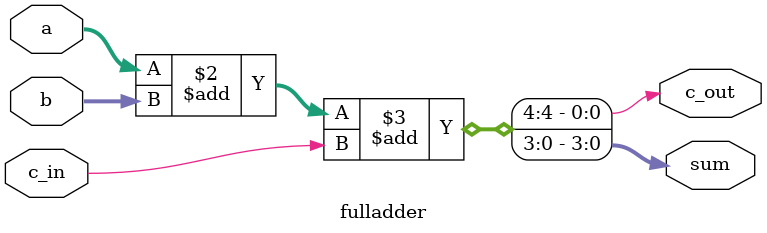
<source format=v>
module fulladder (  input [3:0] a,  
                  input [3:0] b,  
                  input c_in,  
                  output reg c_out,  
                  output reg [3:0] sum);  
  
    always @ (a or b or c_in) begin  
    {c_out, sum} = a + b + c_in;  
  end  
endmodule  
</source>
